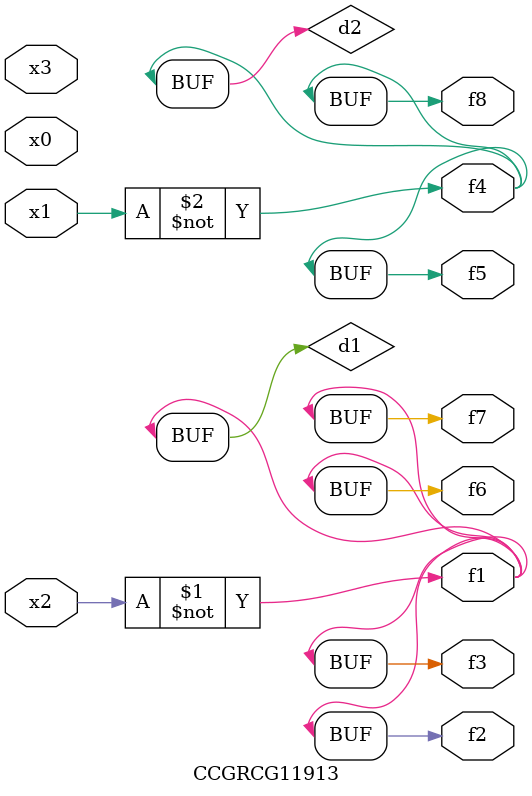
<source format=v>
module CCGRCG11913(
	input x0, x1, x2, x3,
	output f1, f2, f3, f4, f5, f6, f7, f8
);

	wire d1, d2;

	xnor (d1, x2);
	not (d2, x1);
	assign f1 = d1;
	assign f2 = d1;
	assign f3 = d1;
	assign f4 = d2;
	assign f5 = d2;
	assign f6 = d1;
	assign f7 = d1;
	assign f8 = d2;
endmodule

</source>
